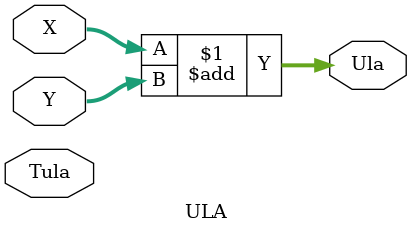
<source format=v>
module ULA(X,Y,Ula,Tula);

input wire [3:0] X;
input wire [3:0] Y;
input wire [3:0] Tula;
output wire [3:0] Ula;

assign Ula = X + Y;

endmodule

</source>
